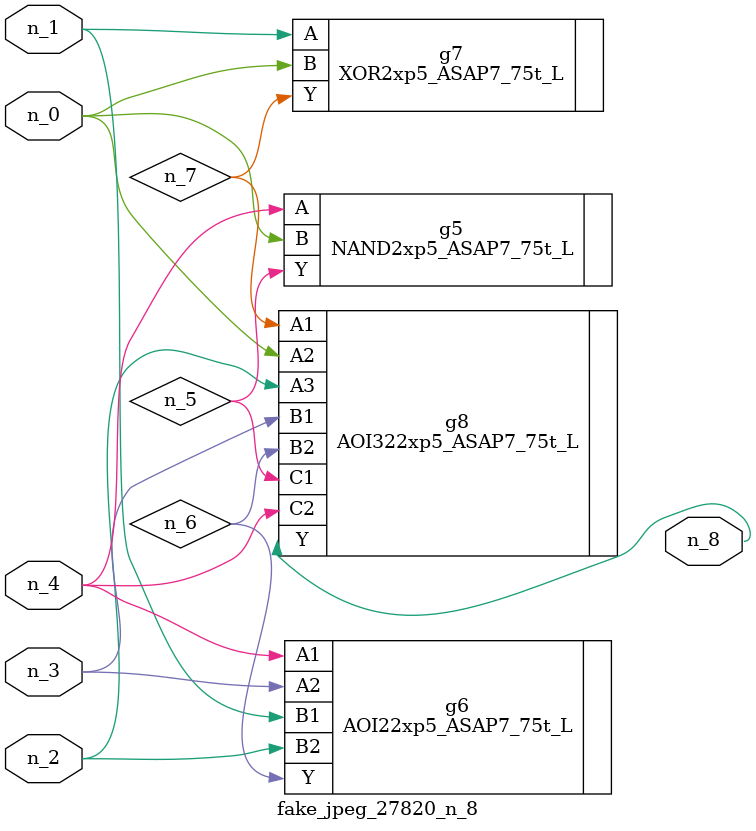
<source format=v>
module fake_jpeg_27820_n_8 (n_3, n_2, n_1, n_0, n_4, n_8);

input n_3;
input n_2;
input n_1;
input n_0;
input n_4;

output n_8;

wire n_6;
wire n_5;
wire n_7;

NAND2xp5_ASAP7_75t_L g5 ( 
.A(n_4),
.B(n_0),
.Y(n_5)
);

AOI22xp5_ASAP7_75t_L g6 ( 
.A1(n_4),
.A2(n_3),
.B1(n_1),
.B2(n_2),
.Y(n_6)
);

XOR2xp5_ASAP7_75t_L g7 ( 
.A(n_1),
.B(n_0),
.Y(n_7)
);

AOI322xp5_ASAP7_75t_L g8 ( 
.A1(n_7),
.A2(n_0),
.A3(n_2),
.B1(n_3),
.B2(n_6),
.C1(n_5),
.C2(n_4),
.Y(n_8)
);


endmodule
</source>
